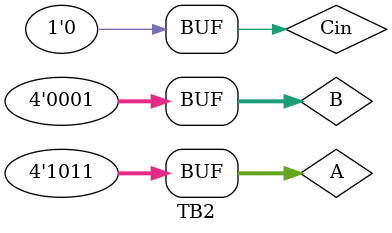
<source format=v>
 `timescale 1ns/1ns
module TB2();
	reg [3:0] A = 0, B =0;
	reg Cin = 0;
	wire [3:0]S;
	wire Cout;

	ripple4 rip4(A, B, Cin, S, Cout);
	initial begin
	#50 A = 4'b0101;
	#50 B = 4'b1001;
	#50 Cin = 1;
	#50 A = 4'b1111;
	#50 B = 4'b1011;
	#50 Cin = 0;
	#50 A = 4'b1011;
	#50 B = 4'b0001;
	end
endmodule

</source>
